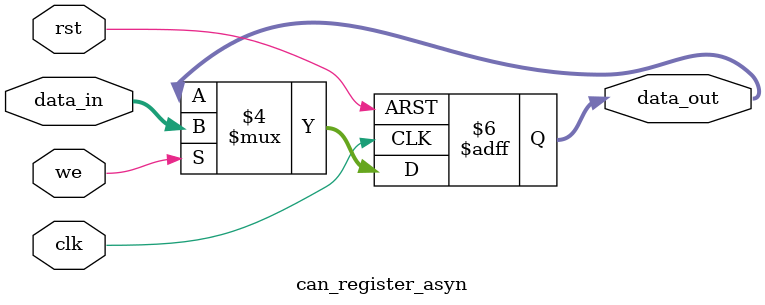
<source format=v>
`timescale 1ns/1ns

module can_register_asyn #(
parameter                           WIDTH = 8, // default parameter of the register width
parameter                           RESET_VALUE = 0,
parameter                           U_DLY = 1
)(
input           [WIDTH-1:0]         data_in,
input                               we,
input                               clk,
input                               rst,

output  reg     [WIDTH-1:0]         data_out
);
// Parameter Define

// Register Define

// Wire Define



always @ (posedge clk or posedge rst)
begin
    if (rst == 1'b1)                            // asynchronous reset
        data_out <= RESET_VALUE;
    else
        begin
            if (we == 1'b1)                        // write
                data_out <= #U_DLY data_in;
            else;
        end
end

endmodule

</source>
